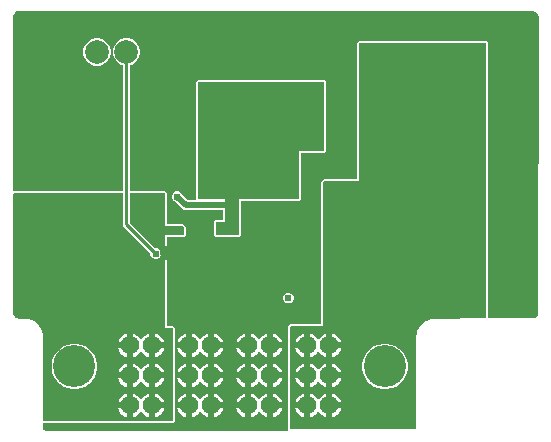
<source format=gbr>
%TF.GenerationSoftware,Altium Limited,Altium Designer,24.2.2 (26)*%
G04 Layer_Physical_Order=4*
G04 Layer_Color=16711680*
%FSLAX45Y45*%
%MOMM*%
%TF.SameCoordinates,E368293F-65CA-4DDE-B1C5-A9725366A021*%
%TF.FilePolarity,Positive*%
%TF.FileFunction,Copper,L4,Bot,Signal*%
%TF.Part,Single*%
G01*
G75*
%TA.AperFunction,Conductor*%
%ADD21C,0.25400*%
%ADD22C,0.50000*%
%TA.AperFunction,ComponentPad*%
%ADD24C,2.54000*%
%ADD25C,2.00000*%
%ADD26C,3.56000*%
%ADD27C,1.56000*%
%TA.AperFunction,ViaPad*%
%ADD28C,1.27000*%
%ADD29C,0.60960*%
%ADD30C,0.71120*%
G36*
X1899920Y1727200D02*
X2051292D01*
X2060228Y1718175D01*
X2059563Y1651000D01*
X1902460D01*
Y862330D01*
X1965960D01*
Y76200D01*
X1899920D01*
X1897380Y73660D01*
X867134D01*
Y788638D01*
X867073Y788943D01*
X867690Y793102D01*
X867200Y803060D01*
X866268Y806783D01*
Y810621D01*
X862382Y830156D01*
X860430Y834869D01*
X859435Y839872D01*
X851813Y858273D01*
X848979Y862515D01*
X847027Y867228D01*
X835961Y883788D01*
X832354Y887396D01*
X829520Y891637D01*
X815437Y905720D01*
X811196Y908554D01*
X807588Y912162D01*
X791028Y923227D01*
X786314Y925180D01*
X782073Y928014D01*
X763672Y935635D01*
X758669Y936631D01*
X753955Y938583D01*
X734421Y942468D01*
X730582D01*
X726859Y943401D01*
X716901Y943890D01*
X715624Y943701D01*
X714358Y943953D01*
X661194D01*
X651572Y945867D01*
X642508Y949621D01*
X634352Y955071D01*
X627415Y962008D01*
X621965Y970165D01*
X618211Y979228D01*
X616297Y988850D01*
Y993755D01*
X616295Y993762D01*
X616297Y993768D01*
X616047Y1997619D01*
X625026Y2006600D01*
X1546313D01*
Y1741743D01*
X1546312Y1741742D01*
X1548481Y1730840D01*
X1554656Y1721598D01*
X1777994Y1498261D01*
Y1483734D01*
X1784955Y1466930D01*
X1797816Y1454068D01*
X1814620Y1447108D01*
X1832808D01*
X1849612Y1454068D01*
X1862473Y1466930D01*
X1869434Y1483734D01*
Y1501922D01*
X1862473Y1518726D01*
X1849612Y1531587D01*
X1832808Y1538548D01*
X1818281D01*
X1603287Y1753542D01*
Y2006600D01*
X1899920D01*
Y1727200D01*
D02*
G37*
G36*
X5008849Y3549926D02*
X5008865Y3549929D01*
X5008880Y3549926D01*
X5014292D01*
X5024908Y3547814D01*
X5034907Y3543672D01*
X5043908Y3537658D01*
X5051562Y3530005D01*
X5057576Y3521004D01*
X5061718Y3511005D01*
X5063829Y3500388D01*
Y3495031D01*
X5061213Y991354D01*
X5061218Y991327D01*
X5061213Y991300D01*
Y986987D01*
X5059530Y978525D01*
X5056228Y970554D01*
X5051435Y963381D01*
X5045334Y957279D01*
X5038161Y952486D01*
X5030190Y949185D01*
X5021729Y947502D01*
X5017414D01*
X5017285Y947476D01*
X5017156Y947501D01*
X4648299Y945657D01*
X4639296Y954616D01*
Y3276600D01*
X4634464Y3288264D01*
X4622800Y3293096D01*
X3543300D01*
X3531636Y3288264D01*
X3526804Y3276600D01*
Y2122156D01*
X3248785Y2122153D01*
X3248777Y2122150D01*
X3248770Y2122153D01*
X3243116Y2119805D01*
X3237121Y2117322D01*
X3237118Y2117315D01*
X3237110Y2117311D01*
X3228138Y2108323D01*
X3228135Y2108316D01*
X3228128Y2108313D01*
X3225624Y2102238D01*
X3223317Y2096655D01*
X3223320Y2096648D01*
X3223317Y2096640D01*
X3225429Y909402D01*
X3216457Y900413D01*
X2968081Y900416D01*
X2956416Y895584D01*
X2947436Y886604D01*
X2942604Y874940D01*
Y7620D01*
X2944636Y2714D01*
X2936790Y-9992D01*
X910348Y-11596D01*
X906128D01*
X897772Y-9934D01*
X889899Y-6673D01*
X882816Y-1940D01*
X876791Y4085D01*
X872056Y11170D01*
X868796Y19041D01*
X867134Y27398D01*
Y57164D01*
X1897380D01*
X1897381Y57164D01*
X1897381D01*
X1903512Y59704D01*
X1965960D01*
X1977624Y64536D01*
X1982456Y76200D01*
Y862330D01*
X1977624Y873994D01*
X1965960Y878826D01*
X1918956D01*
Y1634504D01*
X2059563D01*
X2065328Y1636892D01*
X2071111Y1639221D01*
X2071145Y1639302D01*
X2071227Y1639336D01*
X2073614Y1645099D01*
X2076058Y1650837D01*
X2076723Y1718012D01*
X2076706Y1718053D01*
X2076723Y1718094D01*
X2074343Y1723922D01*
X2072007Y1729723D01*
X2071966Y1729741D01*
X2071950Y1729782D01*
X2063014Y1738806D01*
X2062973Y1738823D01*
X2062956Y1738864D01*
X2057150Y1741269D01*
X2051374Y1743696D01*
X2051333Y1743679D01*
X2051292Y1743696D01*
X1916416D01*
Y2006600D01*
X1911584Y2018264D01*
X1899920Y2023096D01*
X1603287D01*
Y3088728D01*
X1619281Y3093013D01*
X1645559Y3108185D01*
X1667015Y3129641D01*
X1682187Y3155919D01*
X1690040Y3185228D01*
Y3215572D01*
X1682187Y3244881D01*
X1667015Y3271159D01*
X1645559Y3292615D01*
X1619281Y3307787D01*
X1589972Y3315640D01*
X1559628D01*
X1530319Y3307787D01*
X1504041Y3292615D01*
X1482585Y3271159D01*
X1467413Y3244881D01*
X1459560Y3215572D01*
Y3185228D01*
X1467413Y3155919D01*
X1482585Y3129641D01*
X1504041Y3108185D01*
X1530319Y3093013D01*
X1546313Y3088728D01*
Y2023096D01*
X625026D01*
X625017Y2023104D01*
X616038Y2033119D01*
X615674Y3497593D01*
Y3502992D01*
X617785Y3513607D01*
X621928Y3523608D01*
X627941Y3532608D01*
X635595Y3540262D01*
X644595Y3546275D01*
X654596Y3550418D01*
X665212Y3552530D01*
X670593D01*
X5008849Y3549926D01*
D02*
G37*
G36*
X4622800Y945530D02*
X4183121Y943333D01*
X4181985Y943101D01*
X4180837Y943271D01*
X4170879Y942782D01*
X4167156Y941849D01*
X4163317D01*
X4143783Y937964D01*
X4139069Y936012D01*
X4134066Y935016D01*
X4115665Y927395D01*
X4111424Y924561D01*
X4106711Y922608D01*
X4090150Y911543D01*
X4086543Y907936D01*
X4082301Y905102D01*
X4068218Y891018D01*
X4065385Y886777D01*
X4061777Y883169D01*
X4050711Y866609D01*
X4048759Y861895D01*
X4045925Y857654D01*
X4038303Y839253D01*
X4037308Y834250D01*
X4035356Y829537D01*
X4031470Y810002D01*
Y806163D01*
X4030538Y802440D01*
X4030049Y792482D01*
X4030238Y791206D01*
X4029986Y789940D01*
Y35735D01*
X4028072Y26112D01*
X4024317Y17047D01*
X4018867Y8891D01*
X4017596Y7620D01*
X2959100D01*
Y874940D01*
X2968080Y883920D01*
X3241971Y883917D01*
X3239813Y2096669D01*
X3248785Y2105658D01*
X3543300Y2105661D01*
Y3276600D01*
X4622800D01*
Y945530D01*
D02*
G37*
%LPC*%
G36*
X1767310Y817042D02*
X1752799Y813153D01*
X1729221Y799540D01*
X1709970Y780289D01*
X1705060Y771786D01*
X1692360D01*
X1687451Y780289D01*
X1668199Y799540D01*
X1644621Y813153D01*
X1630110Y817042D01*
Y716800D01*
Y616558D01*
X1644621Y620447D01*
X1668199Y634059D01*
X1687451Y653311D01*
X1692360Y661814D01*
X1705060D01*
X1709970Y653311D01*
X1729221Y634059D01*
X1752799Y620447D01*
X1767310Y616558D01*
Y716800D01*
Y817042D01*
D02*
G37*
G36*
X1818110D02*
Y742200D01*
X1892952D01*
X1889064Y756711D01*
X1875451Y780289D01*
X1856199Y799540D01*
X1832621Y813153D01*
X1818110Y817042D01*
D02*
G37*
G36*
X1579310D02*
X1564799Y813153D01*
X1541221Y799540D01*
X1521970Y780289D01*
X1508357Y756711D01*
X1504468Y742200D01*
X1579310D01*
Y817042D01*
D02*
G37*
G36*
X1892952Y691400D02*
X1818110D01*
Y616558D01*
X1832621Y620447D01*
X1856199Y634059D01*
X1875451Y653311D01*
X1889064Y676889D01*
X1892952Y691400D01*
D02*
G37*
G36*
X1579310D02*
X1504468D01*
X1508357Y676889D01*
X1521970Y653311D01*
X1541221Y634059D01*
X1564799Y620447D01*
X1579310Y616558D01*
Y691400D01*
D02*
G37*
G36*
X1767310Y563042D02*
X1752799Y559153D01*
X1729221Y545540D01*
X1709970Y526289D01*
X1705060Y517786D01*
X1692360D01*
X1687451Y526289D01*
X1668199Y545540D01*
X1644621Y559153D01*
X1630110Y563042D01*
Y462800D01*
Y362558D01*
X1644621Y366447D01*
X1668199Y380059D01*
X1687451Y399311D01*
X1692360Y407814D01*
X1705060D01*
X1709970Y399311D01*
X1729221Y380059D01*
X1752799Y366447D01*
X1767310Y362558D01*
Y462800D01*
Y563042D01*
D02*
G37*
G36*
X1818110D02*
Y488200D01*
X1892952D01*
X1889064Y502711D01*
X1875451Y526289D01*
X1856199Y545540D01*
X1832621Y559153D01*
X1818110Y563042D01*
D02*
G37*
G36*
X1579310D02*
X1564799Y559153D01*
X1541221Y545540D01*
X1521970Y526289D01*
X1508357Y502711D01*
X1504468Y488200D01*
X1579310D01*
Y563042D01*
D02*
G37*
G36*
X1892952Y437400D02*
X1818110D01*
Y362558D01*
X1832621Y366447D01*
X1856199Y380059D01*
X1875451Y399311D01*
X1889064Y422889D01*
X1892952Y437400D01*
D02*
G37*
G36*
X1579310D02*
X1504468D01*
X1508357Y422889D01*
X1521970Y399311D01*
X1541221Y380059D01*
X1564799Y366447D01*
X1579310Y362558D01*
Y437400D01*
D02*
G37*
G36*
X1153743Y732040D02*
X1115678D01*
X1078344Y724614D01*
X1043177Y710047D01*
X1011527Y688899D01*
X984611Y661983D01*
X963463Y630334D01*
X948897Y595166D01*
X941470Y557833D01*
Y519768D01*
X948897Y482434D01*
X963463Y447267D01*
X984611Y415617D01*
X1011527Y388701D01*
X1043177Y367553D01*
X1078344Y352986D01*
X1115678Y345560D01*
X1153743D01*
X1191076Y352986D01*
X1226244Y367553D01*
X1257893Y388701D01*
X1284809Y415617D01*
X1305957Y447267D01*
X1320524Y482434D01*
X1327950Y519768D01*
Y557833D01*
X1320524Y595166D01*
X1305957Y630334D01*
X1284809Y661983D01*
X1257893Y688899D01*
X1226244Y710047D01*
X1191076Y724614D01*
X1153743Y732040D01*
D02*
G37*
G36*
X1767310Y309042D02*
X1752799Y305153D01*
X1729221Y291540D01*
X1709970Y272289D01*
X1705060Y263786D01*
X1692360D01*
X1687451Y272289D01*
X1668199Y291540D01*
X1644621Y305153D01*
X1630110Y309042D01*
Y208800D01*
Y108558D01*
X1644621Y112447D01*
X1668199Y126059D01*
X1687451Y145311D01*
X1692360Y153814D01*
X1705060D01*
X1709970Y145311D01*
X1729221Y126059D01*
X1752799Y112447D01*
X1767310Y108558D01*
Y208800D01*
Y309042D01*
D02*
G37*
G36*
X1818110D02*
Y234200D01*
X1892952D01*
X1889064Y248711D01*
X1875451Y272289D01*
X1856199Y291540D01*
X1832621Y305153D01*
X1818110Y309042D01*
D02*
G37*
G36*
X1579310D02*
X1564799Y305153D01*
X1541221Y291540D01*
X1521970Y272289D01*
X1508357Y248711D01*
X1504468Y234200D01*
X1579310D01*
Y309042D01*
D02*
G37*
G36*
X1892952Y183400D02*
X1818110D01*
Y108558D01*
X1832621Y112447D01*
X1856199Y126059D01*
X1875451Y145311D01*
X1889064Y168889D01*
X1892952Y183400D01*
D02*
G37*
G36*
X1579310D02*
X1504468D01*
X1508357Y168889D01*
X1521970Y145311D01*
X1541221Y126059D01*
X1564799Y112447D01*
X1579310Y108558D01*
Y183400D01*
D02*
G37*
G36*
X1339972Y3315640D02*
X1309628D01*
X1280319Y3307787D01*
X1254041Y3292615D01*
X1232585Y3271159D01*
X1217413Y3244881D01*
X1209560Y3215572D01*
Y3185228D01*
X1217413Y3155919D01*
X1232585Y3129641D01*
X1254041Y3108185D01*
X1280319Y3093013D01*
X1309628Y3085160D01*
X1339972D01*
X1369281Y3093013D01*
X1395559Y3108185D01*
X1417015Y3129641D01*
X1432187Y3155919D01*
X1440040Y3185228D01*
Y3215572D01*
X1432187Y3244881D01*
X1417015Y3271159D01*
X1395559Y3292615D01*
X1369281Y3307787D01*
X1339972Y3315640D01*
D02*
G37*
G36*
X3251200Y2962896D02*
X2184400Y2962895D01*
X2172736Y2958063D01*
X2167904Y2946399D01*
Y1955800D01*
X2161375Y1946028D01*
X2094329D01*
X2045550Y1994807D01*
X2042956Y2001071D01*
X2030095Y2013932D01*
X2013291Y2020893D01*
X1995102D01*
X1978298Y2013932D01*
X1965437Y2001071D01*
X1958476Y1984267D01*
Y1966078D01*
X1965437Y1949274D01*
X1978298Y1936413D01*
X1994688Y1929624D01*
X2048323Y1875989D01*
X2061634Y1867095D01*
X2077335Y1863972D01*
X2396504D01*
Y1781796D01*
X2336800D01*
X2325136Y1776964D01*
X2320304Y1765300D01*
Y1651000D01*
X2325136Y1639336D01*
X2336800Y1634504D01*
X2527300D01*
X2538964Y1639336D01*
X2543796Y1651000D01*
Y1939304D01*
X3035300D01*
X3046964Y1944136D01*
X3051796Y1955800D01*
Y2345704D01*
X3251200D01*
X3262864Y2350536D01*
X3267696Y2362200D01*
Y2946400D01*
X3262864Y2958064D01*
X3251200Y2962896D01*
D02*
G37*
G36*
X2955494Y1163320D02*
X2937306D01*
X2920502Y1156359D01*
X2907641Y1143498D01*
X2900680Y1126694D01*
Y1108506D01*
X2907641Y1091702D01*
X2920502Y1078841D01*
X2937306Y1071880D01*
X2955494D01*
X2972298Y1078841D01*
X2985159Y1091702D01*
X2992120Y1108506D01*
Y1126694D01*
X2985159Y1143498D01*
X2972298Y1156359D01*
X2955494Y1163320D01*
D02*
G37*
G36*
X2767310Y817042D02*
X2752799Y813153D01*
X2729221Y799540D01*
X2709970Y780289D01*
X2705060Y771786D01*
X2692360D01*
X2687451Y780289D01*
X2668199Y799540D01*
X2644621Y813153D01*
X2630110Y817042D01*
Y716800D01*
Y616558D01*
X2644621Y620447D01*
X2668199Y634059D01*
X2687451Y653311D01*
X2692360Y661814D01*
X2705060D01*
X2709970Y653311D01*
X2729221Y634059D01*
X2752799Y620447D01*
X2767310Y616558D01*
Y716800D01*
Y817042D01*
D02*
G37*
G36*
X2267310D02*
X2252799Y813153D01*
X2229221Y799540D01*
X2209970Y780289D01*
X2205060Y771786D01*
X2192360D01*
X2187451Y780289D01*
X2168199Y799540D01*
X2144621Y813153D01*
X2130110Y817042D01*
Y716800D01*
Y616558D01*
X2144621Y620447D01*
X2168199Y634059D01*
X2187451Y653311D01*
X2192360Y661814D01*
X2205060D01*
X2209970Y653311D01*
X2229221Y634059D01*
X2252799Y620447D01*
X2267310Y616558D01*
Y716800D01*
Y817042D01*
D02*
G37*
G36*
X2818110D02*
Y742200D01*
X2892952D01*
X2889064Y756711D01*
X2875451Y780289D01*
X2856199Y799540D01*
X2832621Y813153D01*
X2818110Y817042D01*
D02*
G37*
G36*
X2579310D02*
X2564799Y813153D01*
X2541221Y799540D01*
X2521970Y780289D01*
X2508357Y756711D01*
X2504468Y742200D01*
X2579310D01*
Y817042D01*
D02*
G37*
G36*
X2318110D02*
Y742200D01*
X2392952D01*
X2389064Y756711D01*
X2375451Y780289D01*
X2356199Y799540D01*
X2332621Y813153D01*
X2318110Y817042D01*
D02*
G37*
G36*
X2079310D02*
X2064799Y813153D01*
X2041221Y799540D01*
X2021970Y780289D01*
X2008357Y756711D01*
X2004468Y742200D01*
X2079310D01*
Y817042D01*
D02*
G37*
G36*
X2892952Y691400D02*
X2818110D01*
Y616558D01*
X2832621Y620447D01*
X2856199Y634059D01*
X2875451Y653311D01*
X2889064Y676889D01*
X2892952Y691400D01*
D02*
G37*
G36*
X2579310D02*
X2504468D01*
X2508357Y676889D01*
X2521970Y653311D01*
X2541221Y634059D01*
X2564799Y620447D01*
X2579310Y616558D01*
Y691400D01*
D02*
G37*
G36*
X2392952D02*
X2318110D01*
Y616558D01*
X2332621Y620447D01*
X2356199Y634059D01*
X2375451Y653311D01*
X2389064Y676889D01*
X2392952Y691400D01*
D02*
G37*
G36*
X2079310D02*
X2004468D01*
X2008357Y676889D01*
X2021970Y653311D01*
X2041221Y634059D01*
X2064799Y620447D01*
X2079310Y616558D01*
Y691400D01*
D02*
G37*
G36*
X2767310Y563042D02*
X2752799Y559153D01*
X2729221Y545540D01*
X2709970Y526289D01*
X2705060Y517786D01*
X2692360D01*
X2687451Y526289D01*
X2668199Y545540D01*
X2644621Y559153D01*
X2630110Y563042D01*
Y462800D01*
Y362558D01*
X2644621Y366447D01*
X2668199Y380059D01*
X2687451Y399311D01*
X2692360Y407814D01*
X2705060D01*
X2709970Y399311D01*
X2729221Y380059D01*
X2752799Y366447D01*
X2767310Y362558D01*
Y462800D01*
Y563042D01*
D02*
G37*
G36*
X2267310D02*
X2252799Y559153D01*
X2229221Y545540D01*
X2209970Y526289D01*
X2205060Y517786D01*
X2192360D01*
X2187451Y526289D01*
X2168199Y545540D01*
X2144621Y559153D01*
X2130110Y563042D01*
Y462800D01*
Y362558D01*
X2144621Y366447D01*
X2168199Y380059D01*
X2187451Y399311D01*
X2192360Y407814D01*
X2205060D01*
X2209970Y399311D01*
X2229221Y380059D01*
X2252799Y366447D01*
X2267310Y362558D01*
Y462800D01*
Y563042D01*
D02*
G37*
G36*
X2818110D02*
Y488200D01*
X2892952D01*
X2889064Y502711D01*
X2875451Y526289D01*
X2856199Y545540D01*
X2832621Y559153D01*
X2818110Y563042D01*
D02*
G37*
G36*
X2579310D02*
X2564799Y559153D01*
X2541221Y545540D01*
X2521970Y526289D01*
X2508357Y502711D01*
X2504468Y488200D01*
X2579310D01*
Y563042D01*
D02*
G37*
G36*
X2318110D02*
Y488200D01*
X2392952D01*
X2389064Y502711D01*
X2375451Y526289D01*
X2356199Y545540D01*
X2332621Y559153D01*
X2318110Y563042D01*
D02*
G37*
G36*
X2079310D02*
X2064799Y559153D01*
X2041221Y545540D01*
X2021970Y526289D01*
X2008357Y502711D01*
X2004468Y488200D01*
X2079310D01*
Y563042D01*
D02*
G37*
G36*
X2892952Y437400D02*
X2818110D01*
Y362558D01*
X2832621Y366447D01*
X2856199Y380059D01*
X2875451Y399311D01*
X2889064Y422889D01*
X2892952Y437400D01*
D02*
G37*
G36*
X2579310D02*
X2504468D01*
X2508357Y422889D01*
X2521970Y399311D01*
X2541221Y380059D01*
X2564799Y366447D01*
X2579310Y362558D01*
Y437400D01*
D02*
G37*
G36*
X2392952D02*
X2318110D01*
Y362558D01*
X2332621Y366447D01*
X2356199Y380059D01*
X2375451Y399311D01*
X2389064Y422889D01*
X2392952Y437400D01*
D02*
G37*
G36*
X2079310D02*
X2004468D01*
X2008357Y422889D01*
X2021970Y399311D01*
X2041221Y380059D01*
X2064799Y366447D01*
X2079310Y362558D01*
Y437400D01*
D02*
G37*
G36*
X2767310Y309042D02*
X2752799Y305153D01*
X2729221Y291540D01*
X2709970Y272289D01*
X2705060Y263786D01*
X2692360D01*
X2687451Y272289D01*
X2668199Y291540D01*
X2644621Y305153D01*
X2630110Y309042D01*
Y208800D01*
Y108558D01*
X2644621Y112447D01*
X2668199Y126059D01*
X2687451Y145311D01*
X2692360Y153814D01*
X2705060D01*
X2709970Y145311D01*
X2729221Y126059D01*
X2752799Y112447D01*
X2767310Y108558D01*
Y208800D01*
Y309042D01*
D02*
G37*
G36*
X2267310D02*
X2252799Y305153D01*
X2229221Y291540D01*
X2209970Y272289D01*
X2205060Y263786D01*
X2192360D01*
X2187451Y272289D01*
X2168199Y291540D01*
X2144621Y305153D01*
X2130110Y309042D01*
Y208800D01*
Y108558D01*
X2144621Y112447D01*
X2168199Y126059D01*
X2187451Y145311D01*
X2192360Y153814D01*
X2205060D01*
X2209970Y145311D01*
X2229221Y126059D01*
X2252799Y112447D01*
X2267310Y108558D01*
Y208800D01*
Y309042D01*
D02*
G37*
G36*
X2818110D02*
Y234200D01*
X2892952D01*
X2889064Y248711D01*
X2875451Y272289D01*
X2856199Y291540D01*
X2832621Y305153D01*
X2818110Y309042D01*
D02*
G37*
G36*
X2579310D02*
X2564799Y305153D01*
X2541221Y291540D01*
X2521970Y272289D01*
X2508357Y248711D01*
X2504468Y234200D01*
X2579310D01*
Y309042D01*
D02*
G37*
G36*
X2318110D02*
Y234200D01*
X2392952D01*
X2389064Y248711D01*
X2375451Y272289D01*
X2356199Y291540D01*
X2332621Y305153D01*
X2318110Y309042D01*
D02*
G37*
G36*
X2079310D02*
X2064799Y305153D01*
X2041221Y291540D01*
X2021970Y272289D01*
X2008357Y248711D01*
X2004468Y234200D01*
X2079310D01*
Y309042D01*
D02*
G37*
G36*
X2892952Y183400D02*
X2818110D01*
Y108558D01*
X2832621Y112447D01*
X2856199Y126059D01*
X2875451Y145311D01*
X2889064Y168889D01*
X2892952Y183400D01*
D02*
G37*
G36*
X2579310D02*
X2504468D01*
X2508357Y168889D01*
X2521970Y145311D01*
X2541221Y126059D01*
X2564799Y112447D01*
X2579310Y108558D01*
Y183400D01*
D02*
G37*
G36*
X2392952D02*
X2318110D01*
Y108558D01*
X2332621Y112447D01*
X2356199Y126059D01*
X2375451Y145311D01*
X2389064Y168889D01*
X2392952Y183400D01*
D02*
G37*
G36*
X2079310D02*
X2004468D01*
X2008357Y168889D01*
X2021970Y145311D01*
X2041221Y126059D01*
X2064799Y112447D01*
X2079310Y108558D01*
Y183400D01*
D02*
G37*
%LPD*%
G36*
X3251200Y2362200D02*
X3035300D01*
Y1955800D01*
X2527300D01*
Y1651000D01*
X2336800D01*
Y1765300D01*
X2413000D01*
Y1955800D01*
X2184400D01*
Y2946399D01*
X3251200Y2946400D01*
Y2362200D01*
D02*
G37*
%LPC*%
G36*
X3267310Y817042D02*
X3252799Y813153D01*
X3229221Y799540D01*
X3209970Y780289D01*
X3205060Y771786D01*
X3192360D01*
X3187451Y780289D01*
X3168199Y799540D01*
X3144621Y813153D01*
X3130110Y817042D01*
Y716800D01*
Y616558D01*
X3144621Y620447D01*
X3168199Y634059D01*
X3187451Y653311D01*
X3192360Y661814D01*
X3205060D01*
X3209970Y653311D01*
X3229221Y634059D01*
X3252799Y620447D01*
X3267310Y616558D01*
Y716800D01*
Y817042D01*
D02*
G37*
G36*
X3318110D02*
Y742200D01*
X3392952D01*
X3389064Y756711D01*
X3375451Y780289D01*
X3356199Y799540D01*
X3332621Y813153D01*
X3318110Y817042D01*
D02*
G37*
G36*
X3079310D02*
X3064799Y813153D01*
X3041221Y799540D01*
X3021970Y780289D01*
X3008357Y756711D01*
X3004468Y742200D01*
X3079310D01*
Y817042D01*
D02*
G37*
G36*
X3392952Y691400D02*
X3318110D01*
Y616558D01*
X3332621Y620447D01*
X3356199Y634059D01*
X3375451Y653311D01*
X3389064Y676889D01*
X3392952Y691400D01*
D02*
G37*
G36*
X3079310D02*
X3004468D01*
X3008357Y676889D01*
X3021970Y653311D01*
X3041221Y634059D01*
X3064799Y620447D01*
X3079310Y616558D01*
Y691400D01*
D02*
G37*
G36*
X3267310Y563042D02*
X3252799Y559153D01*
X3229221Y545540D01*
X3209970Y526289D01*
X3205060Y517786D01*
X3192360D01*
X3187451Y526289D01*
X3168199Y545540D01*
X3144621Y559153D01*
X3130110Y563042D01*
Y462800D01*
Y362558D01*
X3144621Y366447D01*
X3168199Y380059D01*
X3187451Y399311D01*
X3192360Y407814D01*
X3205060D01*
X3209970Y399311D01*
X3229221Y380059D01*
X3252799Y366447D01*
X3267310Y362558D01*
Y462800D01*
Y563042D01*
D02*
G37*
G36*
X3318110D02*
Y488200D01*
X3392952D01*
X3389064Y502711D01*
X3375451Y526289D01*
X3356199Y545540D01*
X3332621Y559153D01*
X3318110Y563042D01*
D02*
G37*
G36*
X3079310D02*
X3064799Y559153D01*
X3041221Y545540D01*
X3021970Y526289D01*
X3008357Y502711D01*
X3004468Y488200D01*
X3079310D01*
Y563042D01*
D02*
G37*
G36*
X3392952Y437400D02*
X3318110D01*
Y362558D01*
X3332621Y366447D01*
X3356199Y380059D01*
X3375451Y399311D01*
X3389064Y422889D01*
X3392952Y437400D01*
D02*
G37*
G36*
X3079310D02*
X3004468D01*
X3008357Y422889D01*
X3021970Y399311D01*
X3041221Y380059D01*
X3064799Y366447D01*
X3079310Y362558D01*
Y437400D01*
D02*
G37*
G36*
X3781742Y732040D02*
X3743678D01*
X3706344Y724614D01*
X3671177Y710047D01*
X3639527Y688899D01*
X3612611Y661983D01*
X3591463Y630334D01*
X3576896Y595166D01*
X3569470Y557833D01*
Y519768D01*
X3576896Y482434D01*
X3591463Y447267D01*
X3612611Y415617D01*
X3639527Y388701D01*
X3671177Y367553D01*
X3706344Y352986D01*
X3743678Y345560D01*
X3781742D01*
X3819076Y352986D01*
X3854243Y367553D01*
X3885893Y388701D01*
X3912809Y415617D01*
X3933957Y447267D01*
X3948524Y482434D01*
X3955950Y519768D01*
Y557833D01*
X3948524Y595166D01*
X3933957Y630334D01*
X3912809Y661983D01*
X3885893Y688899D01*
X3854243Y710047D01*
X3819076Y724614D01*
X3781742Y732040D01*
D02*
G37*
G36*
X3267310Y309042D02*
X3252799Y305153D01*
X3229221Y291540D01*
X3209970Y272289D01*
X3205060Y263786D01*
X3192360D01*
X3187451Y272289D01*
X3168199Y291540D01*
X3144621Y305153D01*
X3130110Y309042D01*
Y208800D01*
Y108558D01*
X3144621Y112447D01*
X3168199Y126059D01*
X3187451Y145311D01*
X3192360Y153814D01*
X3205060D01*
X3209970Y145311D01*
X3229221Y126059D01*
X3252799Y112447D01*
X3267310Y108558D01*
Y208800D01*
Y309042D01*
D02*
G37*
G36*
X3318110D02*
Y234200D01*
X3392952D01*
X3389064Y248711D01*
X3375451Y272289D01*
X3356199Y291540D01*
X3332621Y305153D01*
X3318110Y309042D01*
D02*
G37*
G36*
X3079310D02*
X3064799Y305153D01*
X3041221Y291540D01*
X3021970Y272289D01*
X3008357Y248711D01*
X3004468Y234200D01*
X3079310D01*
Y309042D01*
D02*
G37*
G36*
X3392952Y183400D02*
X3318110D01*
Y108558D01*
X3332621Y112447D01*
X3356199Y126059D01*
X3375451Y145311D01*
X3389064Y168889D01*
X3392952Y183400D01*
D02*
G37*
G36*
X3079310D02*
X3004468D01*
X3008357Y168889D01*
X3021970Y145311D01*
X3041221Y126059D01*
X3064799Y112447D01*
X3079310Y108558D01*
Y183400D01*
D02*
G37*
%LPD*%
D21*
X1574800Y1741742D02*
Y3200400D01*
Y1741742D02*
X1823714Y1492828D01*
D22*
X2077335Y1905000D02*
X2463800D01*
X2007162Y1975173D02*
X2077335Y1905000D01*
X2004196Y1975173D02*
X2007162D01*
D24*
X1295400Y2590800D02*
D03*
X2603500Y3111500D02*
D03*
X4064000Y1094740D02*
D03*
X825500Y1206500D02*
D03*
D25*
X1324800Y3200400D02*
D03*
X1574800D02*
D03*
X1824800D02*
D03*
D26*
X3762710Y538800D02*
D03*
X1134710D02*
D03*
D27*
X1792710Y208800D02*
D03*
X1604710D02*
D03*
X1792710Y462800D02*
D03*
X1604710D02*
D03*
X1792710Y716800D02*
D03*
X1604710D02*
D03*
X3292710Y208800D02*
D03*
X3104710D02*
D03*
X3292710Y462800D02*
D03*
X3104710D02*
D03*
X3292710Y716800D02*
D03*
X3104710D02*
D03*
X2792710Y208800D02*
D03*
X2604710D02*
D03*
X2792710Y462800D02*
D03*
X2604710D02*
D03*
X2792710Y716800D02*
D03*
X2604710D02*
D03*
X2292710Y208800D02*
D03*
X2104710D02*
D03*
X2292710Y462800D02*
D03*
X2104710D02*
D03*
X2292710Y716800D02*
D03*
X2104710D02*
D03*
D28*
X4883150Y3238500D02*
D03*
Y1333500D02*
D03*
X4724400Y1016000D02*
D03*
X3295650Y3238500D02*
D03*
X3454400Y2921000D02*
D03*
Y2286000D02*
D03*
X2978150Y3238500D02*
D03*
X3136900Y1651000D02*
D03*
X2819400Y1016000D02*
D03*
X2343150Y3238500D02*
D03*
X2501900Y1016000D02*
D03*
X2025650Y3238500D02*
D03*
X1866900Y2921000D02*
D03*
X1708150Y2603500D02*
D03*
X1866900Y2286000D02*
D03*
X1073150Y3238500D02*
D03*
X1231900Y2921000D02*
D03*
X755650Y3238500D02*
D03*
X914400Y2921000D02*
D03*
X1920869Y1500052D02*
D03*
X2336800Y2057400D02*
D03*
X4978400Y3098800D02*
D03*
Y2794000D02*
D03*
Y2057400D02*
D03*
Y2413000D02*
D03*
X4846398Y1143628D02*
D03*
X4839863Y1622919D02*
D03*
X4445000Y1079500D02*
D03*
Y1460500D02*
D03*
X4064000Y3048000D02*
D03*
X3683000D02*
D03*
X3810000Y127000D02*
D03*
X3556000D02*
D03*
X1333500Y190500D02*
D03*
X1016000D02*
D03*
X1587500Y952500D02*
D03*
X1206500D02*
D03*
X825500Y1587500D02*
D03*
X1206500D02*
D03*
Y1270000D02*
D03*
X1587500D02*
D03*
X3683000Y2667000D02*
D03*
X4064000Y2286000D02*
D03*
X3683000D02*
D03*
X4064000Y1841500D02*
D03*
Y1460500D02*
D03*
X3683000Y1841500D02*
D03*
Y1460500D02*
D03*
Y1016000D02*
D03*
X2895600Y2082800D02*
D03*
X2616200Y2057400D02*
D03*
Y2819400D02*
D03*
D29*
X2004196Y1975173D02*
D03*
X1823714Y1492828D02*
D03*
X2946400Y1117600D02*
D03*
X2463800Y1905000D02*
D03*
D30*
X2266460Y1508760D02*
D03*
X2142260D02*
D03*
X2266460Y1610360D02*
D03*
X2142260D02*
D03*
X2266460Y1711960D02*
D03*
X2142260D02*
D03*
%TF.MD5,aee3f8a5953abcd883e148c1c7654039*%
M02*

</source>
